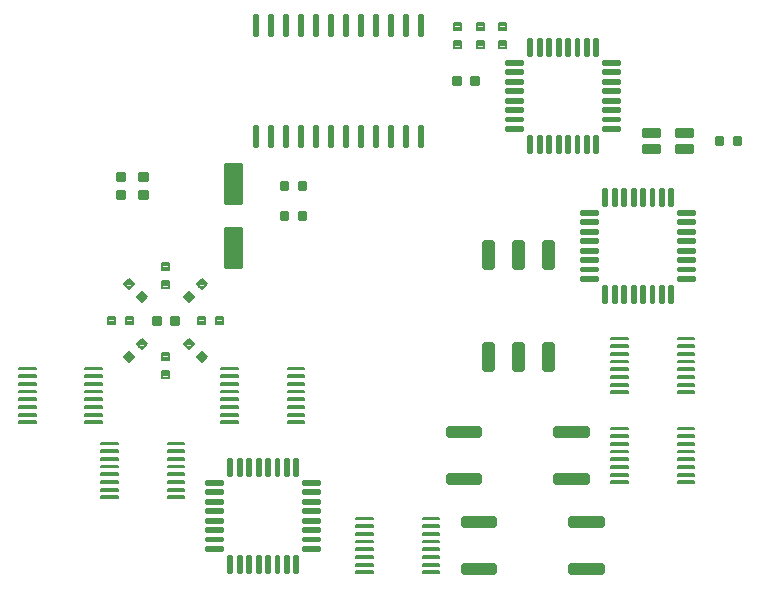
<source format=gtp>
G75*
%MOIN*%
%OFA0B0*%
%FSLAX24Y24*%
%IPPOS*%
%LPD*%
%AMOC8*
5,1,8,0,0,1.08239X$1,22.5*
%
%ADD10C,0.0098*%
%ADD11C,0.0059*%
%ADD12C,0.0108*%
%ADD13C,0.0079*%
%ADD14C,0.0157*%
%ADD15C,0.0197*%
%ADD16C,0.0155*%
%ADD17C,0.0220*%
D10*
X011522Y008399D02*
X011522Y008497D01*
X011522Y008399D02*
X010990Y008399D01*
X010990Y008497D01*
X011522Y008497D01*
X011522Y008496D02*
X010990Y008496D01*
X011522Y008714D02*
X011522Y008812D01*
X011522Y008714D02*
X010990Y008714D01*
X010990Y008812D01*
X011522Y008812D01*
X011522Y008811D02*
X010990Y008811D01*
X011522Y009029D02*
X011522Y009127D01*
X011522Y009029D02*
X010990Y009029D01*
X010990Y009127D01*
X011522Y009127D01*
X011522Y009126D02*
X010990Y009126D01*
X011522Y009344D02*
X011522Y009442D01*
X011522Y009344D02*
X010990Y009344D01*
X010990Y009442D01*
X011522Y009442D01*
X011522Y009441D02*
X010990Y009441D01*
X011522Y009658D02*
X011522Y009756D01*
X011522Y009658D02*
X010990Y009658D01*
X010990Y009756D01*
X011522Y009756D01*
X011522Y009755D02*
X010990Y009755D01*
X011522Y009973D02*
X011522Y010071D01*
X011522Y009973D02*
X010990Y009973D01*
X010990Y010071D01*
X011522Y010071D01*
X011522Y010070D02*
X010990Y010070D01*
X011522Y010288D02*
X011522Y010386D01*
X011522Y010288D02*
X010990Y010288D01*
X010990Y010386D01*
X011522Y010386D01*
X011522Y010385D02*
X010990Y010385D01*
X011522Y010603D02*
X011522Y010701D01*
X011522Y010603D02*
X010990Y010603D01*
X010990Y010701D01*
X011522Y010701D01*
X011522Y010700D02*
X010990Y010700D01*
X011719Y010898D02*
X011817Y010898D01*
X011719Y010898D02*
X011719Y011430D01*
X011817Y011430D01*
X011817Y010898D01*
X011817Y010995D02*
X011719Y010995D01*
X011719Y011092D02*
X011817Y011092D01*
X011817Y011189D02*
X011719Y011189D01*
X011719Y011286D02*
X011817Y011286D01*
X011817Y011383D02*
X011719Y011383D01*
X012034Y010898D02*
X012132Y010898D01*
X012034Y010898D02*
X012034Y011430D01*
X012132Y011430D01*
X012132Y010898D01*
X012132Y010995D02*
X012034Y010995D01*
X012034Y011092D02*
X012132Y011092D01*
X012132Y011189D02*
X012034Y011189D01*
X012034Y011286D02*
X012132Y011286D01*
X012132Y011383D02*
X012034Y011383D01*
X012349Y010898D02*
X012447Y010898D01*
X012349Y010898D02*
X012349Y011430D01*
X012447Y011430D01*
X012447Y010898D01*
X012447Y010995D02*
X012349Y010995D01*
X012349Y011092D02*
X012447Y011092D01*
X012447Y011189D02*
X012349Y011189D01*
X012349Y011286D02*
X012447Y011286D01*
X012447Y011383D02*
X012349Y011383D01*
X012664Y010898D02*
X012762Y010898D01*
X012664Y010898D02*
X012664Y011430D01*
X012762Y011430D01*
X012762Y010898D01*
X012762Y010995D02*
X012664Y010995D01*
X012664Y011092D02*
X012762Y011092D01*
X012762Y011189D02*
X012664Y011189D01*
X012664Y011286D02*
X012762Y011286D01*
X012762Y011383D02*
X012664Y011383D01*
X012979Y010898D02*
X013077Y010898D01*
X012979Y010898D02*
X012979Y011430D01*
X013077Y011430D01*
X013077Y010898D01*
X013077Y010995D02*
X012979Y010995D01*
X012979Y011092D02*
X013077Y011092D01*
X013077Y011189D02*
X012979Y011189D01*
X012979Y011286D02*
X013077Y011286D01*
X013077Y011383D02*
X012979Y011383D01*
X013294Y010898D02*
X013392Y010898D01*
X013294Y010898D02*
X013294Y011430D01*
X013392Y011430D01*
X013392Y010898D01*
X013392Y010995D02*
X013294Y010995D01*
X013294Y011092D02*
X013392Y011092D01*
X013392Y011189D02*
X013294Y011189D01*
X013294Y011286D02*
X013392Y011286D01*
X013392Y011383D02*
X013294Y011383D01*
X013609Y010898D02*
X013707Y010898D01*
X013609Y010898D02*
X013609Y011430D01*
X013707Y011430D01*
X013707Y010898D01*
X013707Y010995D02*
X013609Y010995D01*
X013609Y011092D02*
X013707Y011092D01*
X013707Y011189D02*
X013609Y011189D01*
X013609Y011286D02*
X013707Y011286D01*
X013707Y011383D02*
X013609Y011383D01*
X013924Y010898D02*
X014022Y010898D01*
X013924Y010898D02*
X013924Y011430D01*
X014022Y011430D01*
X014022Y010898D01*
X014022Y010995D02*
X013924Y010995D01*
X013924Y011092D02*
X014022Y011092D01*
X014022Y011189D02*
X013924Y011189D01*
X013924Y011286D02*
X014022Y011286D01*
X014022Y011383D02*
X013924Y011383D01*
X014751Y010701D02*
X014751Y010603D01*
X014219Y010603D01*
X014219Y010701D01*
X014751Y010701D01*
X014751Y010700D02*
X014219Y010700D01*
X014751Y010386D02*
X014751Y010288D01*
X014219Y010288D01*
X014219Y010386D01*
X014751Y010386D01*
X014751Y010385D02*
X014219Y010385D01*
X014751Y010071D02*
X014751Y009973D01*
X014219Y009973D01*
X014219Y010071D01*
X014751Y010071D01*
X014751Y010070D02*
X014219Y010070D01*
X014751Y009756D02*
X014751Y009658D01*
X014219Y009658D01*
X014219Y009756D01*
X014751Y009756D01*
X014751Y009755D02*
X014219Y009755D01*
X014751Y009442D02*
X014751Y009344D01*
X014219Y009344D01*
X014219Y009442D01*
X014751Y009442D01*
X014751Y009441D02*
X014219Y009441D01*
X014751Y009127D02*
X014751Y009029D01*
X014219Y009029D01*
X014219Y009127D01*
X014751Y009127D01*
X014751Y009126D02*
X014219Y009126D01*
X014751Y008812D02*
X014751Y008714D01*
X014219Y008714D01*
X014219Y008812D01*
X014751Y008812D01*
X014751Y008811D02*
X014219Y008811D01*
X014751Y008497D02*
X014751Y008399D01*
X014219Y008399D01*
X014219Y008497D01*
X014751Y008497D01*
X014751Y008496D02*
X014219Y008496D01*
X014022Y007670D02*
X013924Y007670D01*
X013924Y008202D01*
X014022Y008202D01*
X014022Y007670D01*
X014022Y007767D02*
X013924Y007767D01*
X013924Y007864D02*
X014022Y007864D01*
X014022Y007961D02*
X013924Y007961D01*
X013924Y008058D02*
X014022Y008058D01*
X014022Y008155D02*
X013924Y008155D01*
X013707Y007670D02*
X013609Y007670D01*
X013609Y008202D01*
X013707Y008202D01*
X013707Y007670D01*
X013707Y007767D02*
X013609Y007767D01*
X013609Y007864D02*
X013707Y007864D01*
X013707Y007961D02*
X013609Y007961D01*
X013609Y008058D02*
X013707Y008058D01*
X013707Y008155D02*
X013609Y008155D01*
X013392Y007670D02*
X013294Y007670D01*
X013294Y008202D01*
X013392Y008202D01*
X013392Y007670D01*
X013392Y007767D02*
X013294Y007767D01*
X013294Y007864D02*
X013392Y007864D01*
X013392Y007961D02*
X013294Y007961D01*
X013294Y008058D02*
X013392Y008058D01*
X013392Y008155D02*
X013294Y008155D01*
X013077Y007670D02*
X012979Y007670D01*
X012979Y008202D01*
X013077Y008202D01*
X013077Y007670D01*
X013077Y007767D02*
X012979Y007767D01*
X012979Y007864D02*
X013077Y007864D01*
X013077Y007961D02*
X012979Y007961D01*
X012979Y008058D02*
X013077Y008058D01*
X013077Y008155D02*
X012979Y008155D01*
X012762Y007670D02*
X012664Y007670D01*
X012664Y008202D01*
X012762Y008202D01*
X012762Y007670D01*
X012762Y007767D02*
X012664Y007767D01*
X012664Y007864D02*
X012762Y007864D01*
X012762Y007961D02*
X012664Y007961D01*
X012664Y008058D02*
X012762Y008058D01*
X012762Y008155D02*
X012664Y008155D01*
X012447Y007670D02*
X012349Y007670D01*
X012349Y008202D01*
X012447Y008202D01*
X012447Y007670D01*
X012447Y007767D02*
X012349Y007767D01*
X012349Y007864D02*
X012447Y007864D01*
X012447Y007961D02*
X012349Y007961D01*
X012349Y008058D02*
X012447Y008058D01*
X012447Y008155D02*
X012349Y008155D01*
X012132Y007670D02*
X012034Y007670D01*
X012034Y008202D01*
X012132Y008202D01*
X012132Y007670D01*
X012132Y007767D02*
X012034Y007767D01*
X012034Y007864D02*
X012132Y007864D01*
X012132Y007961D02*
X012034Y007961D01*
X012034Y008058D02*
X012132Y008058D01*
X012132Y008155D02*
X012034Y008155D01*
X011817Y007670D02*
X011719Y007670D01*
X011719Y008202D01*
X011817Y008202D01*
X011817Y007670D01*
X011817Y007767D02*
X011719Y007767D01*
X011719Y007864D02*
X011817Y007864D01*
X011817Y007961D02*
X011719Y007961D01*
X011719Y008058D02*
X011817Y008058D01*
X011817Y008155D02*
X011719Y008155D01*
X024022Y017399D02*
X024022Y017497D01*
X024022Y017399D02*
X023490Y017399D01*
X023490Y017497D01*
X024022Y017497D01*
X024022Y017496D02*
X023490Y017496D01*
X024022Y017714D02*
X024022Y017812D01*
X024022Y017714D02*
X023490Y017714D01*
X023490Y017812D01*
X024022Y017812D01*
X024022Y017811D02*
X023490Y017811D01*
X024022Y018029D02*
X024022Y018127D01*
X024022Y018029D02*
X023490Y018029D01*
X023490Y018127D01*
X024022Y018127D01*
X024022Y018126D02*
X023490Y018126D01*
X024022Y018344D02*
X024022Y018442D01*
X024022Y018344D02*
X023490Y018344D01*
X023490Y018442D01*
X024022Y018442D01*
X024022Y018441D02*
X023490Y018441D01*
X024022Y018658D02*
X024022Y018756D01*
X024022Y018658D02*
X023490Y018658D01*
X023490Y018756D01*
X024022Y018756D01*
X024022Y018755D02*
X023490Y018755D01*
X024022Y018973D02*
X024022Y019071D01*
X024022Y018973D02*
X023490Y018973D01*
X023490Y019071D01*
X024022Y019071D01*
X024022Y019070D02*
X023490Y019070D01*
X024022Y019288D02*
X024022Y019386D01*
X024022Y019288D02*
X023490Y019288D01*
X023490Y019386D01*
X024022Y019386D01*
X024022Y019385D02*
X023490Y019385D01*
X024022Y019603D02*
X024022Y019701D01*
X024022Y019603D02*
X023490Y019603D01*
X023490Y019701D01*
X024022Y019701D01*
X024022Y019700D02*
X023490Y019700D01*
X024219Y020430D02*
X024317Y020430D01*
X024317Y019898D01*
X024219Y019898D01*
X024219Y020430D01*
X024219Y019995D02*
X024317Y019995D01*
X024317Y020092D02*
X024219Y020092D01*
X024219Y020189D02*
X024317Y020189D01*
X024317Y020286D02*
X024219Y020286D01*
X024219Y020383D02*
X024317Y020383D01*
X024534Y020430D02*
X024632Y020430D01*
X024632Y019898D01*
X024534Y019898D01*
X024534Y020430D01*
X024534Y019995D02*
X024632Y019995D01*
X024632Y020092D02*
X024534Y020092D01*
X024534Y020189D02*
X024632Y020189D01*
X024632Y020286D02*
X024534Y020286D01*
X024534Y020383D02*
X024632Y020383D01*
X024849Y020430D02*
X024947Y020430D01*
X024947Y019898D01*
X024849Y019898D01*
X024849Y020430D01*
X024849Y019995D02*
X024947Y019995D01*
X024947Y020092D02*
X024849Y020092D01*
X024849Y020189D02*
X024947Y020189D01*
X024947Y020286D02*
X024849Y020286D01*
X024849Y020383D02*
X024947Y020383D01*
X025164Y020430D02*
X025262Y020430D01*
X025262Y019898D01*
X025164Y019898D01*
X025164Y020430D01*
X025164Y019995D02*
X025262Y019995D01*
X025262Y020092D02*
X025164Y020092D01*
X025164Y020189D02*
X025262Y020189D01*
X025262Y020286D02*
X025164Y020286D01*
X025164Y020383D02*
X025262Y020383D01*
X025479Y020430D02*
X025577Y020430D01*
X025577Y019898D01*
X025479Y019898D01*
X025479Y020430D01*
X025479Y019995D02*
X025577Y019995D01*
X025577Y020092D02*
X025479Y020092D01*
X025479Y020189D02*
X025577Y020189D01*
X025577Y020286D02*
X025479Y020286D01*
X025479Y020383D02*
X025577Y020383D01*
X025794Y020430D02*
X025892Y020430D01*
X025892Y019898D01*
X025794Y019898D01*
X025794Y020430D01*
X025794Y019995D02*
X025892Y019995D01*
X025892Y020092D02*
X025794Y020092D01*
X025794Y020189D02*
X025892Y020189D01*
X025892Y020286D02*
X025794Y020286D01*
X025794Y020383D02*
X025892Y020383D01*
X026109Y020430D02*
X026207Y020430D01*
X026207Y019898D01*
X026109Y019898D01*
X026109Y020430D01*
X026109Y019995D02*
X026207Y019995D01*
X026207Y020092D02*
X026109Y020092D01*
X026109Y020189D02*
X026207Y020189D01*
X026207Y020286D02*
X026109Y020286D01*
X026109Y020383D02*
X026207Y020383D01*
X026424Y020430D02*
X026522Y020430D01*
X026522Y019898D01*
X026424Y019898D01*
X026424Y020430D01*
X026424Y019995D02*
X026522Y019995D01*
X026522Y020092D02*
X026424Y020092D01*
X026424Y020189D02*
X026522Y020189D01*
X026522Y020286D02*
X026424Y020286D01*
X026424Y020383D02*
X026522Y020383D01*
X027251Y019701D02*
X027251Y019603D01*
X026719Y019603D01*
X026719Y019701D01*
X027251Y019701D01*
X027251Y019700D02*
X026719Y019700D01*
X027251Y019386D02*
X027251Y019288D01*
X026719Y019288D01*
X026719Y019386D01*
X027251Y019386D01*
X027251Y019385D02*
X026719Y019385D01*
X027251Y019071D02*
X027251Y018973D01*
X026719Y018973D01*
X026719Y019071D01*
X027251Y019071D01*
X027251Y019070D02*
X026719Y019070D01*
X027251Y018756D02*
X027251Y018658D01*
X026719Y018658D01*
X026719Y018756D01*
X027251Y018756D01*
X027251Y018755D02*
X026719Y018755D01*
X027251Y018442D02*
X027251Y018344D01*
X026719Y018344D01*
X026719Y018442D01*
X027251Y018442D01*
X027251Y018441D02*
X026719Y018441D01*
X027251Y018127D02*
X027251Y018029D01*
X026719Y018029D01*
X026719Y018127D01*
X027251Y018127D01*
X027251Y018126D02*
X026719Y018126D01*
X027251Y017812D02*
X027251Y017714D01*
X026719Y017714D01*
X026719Y017812D01*
X027251Y017812D01*
X027251Y017811D02*
X026719Y017811D01*
X027251Y017497D02*
X027251Y017399D01*
X026719Y017399D01*
X026719Y017497D01*
X027251Y017497D01*
X027251Y017496D02*
X026719Y017496D01*
X026522Y017202D02*
X026424Y017202D01*
X026522Y017202D02*
X026522Y016670D01*
X026424Y016670D01*
X026424Y017202D01*
X026424Y016767D02*
X026522Y016767D01*
X026522Y016864D02*
X026424Y016864D01*
X026424Y016961D02*
X026522Y016961D01*
X026522Y017058D02*
X026424Y017058D01*
X026424Y017155D02*
X026522Y017155D01*
X026207Y017202D02*
X026109Y017202D01*
X026207Y017202D02*
X026207Y016670D01*
X026109Y016670D01*
X026109Y017202D01*
X026109Y016767D02*
X026207Y016767D01*
X026207Y016864D02*
X026109Y016864D01*
X026109Y016961D02*
X026207Y016961D01*
X026207Y017058D02*
X026109Y017058D01*
X026109Y017155D02*
X026207Y017155D01*
X025892Y017202D02*
X025794Y017202D01*
X025892Y017202D02*
X025892Y016670D01*
X025794Y016670D01*
X025794Y017202D01*
X025794Y016767D02*
X025892Y016767D01*
X025892Y016864D02*
X025794Y016864D01*
X025794Y016961D02*
X025892Y016961D01*
X025892Y017058D02*
X025794Y017058D01*
X025794Y017155D02*
X025892Y017155D01*
X025577Y017202D02*
X025479Y017202D01*
X025577Y017202D02*
X025577Y016670D01*
X025479Y016670D01*
X025479Y017202D01*
X025479Y016767D02*
X025577Y016767D01*
X025577Y016864D02*
X025479Y016864D01*
X025479Y016961D02*
X025577Y016961D01*
X025577Y017058D02*
X025479Y017058D01*
X025479Y017155D02*
X025577Y017155D01*
X025262Y017202D02*
X025164Y017202D01*
X025262Y017202D02*
X025262Y016670D01*
X025164Y016670D01*
X025164Y017202D01*
X025164Y016767D02*
X025262Y016767D01*
X025262Y016864D02*
X025164Y016864D01*
X025164Y016961D02*
X025262Y016961D01*
X025262Y017058D02*
X025164Y017058D01*
X025164Y017155D02*
X025262Y017155D01*
X024947Y017202D02*
X024849Y017202D01*
X024947Y017202D02*
X024947Y016670D01*
X024849Y016670D01*
X024849Y017202D01*
X024849Y016767D02*
X024947Y016767D01*
X024947Y016864D02*
X024849Y016864D01*
X024849Y016961D02*
X024947Y016961D01*
X024947Y017058D02*
X024849Y017058D01*
X024849Y017155D02*
X024947Y017155D01*
X024632Y017202D02*
X024534Y017202D01*
X024632Y017202D02*
X024632Y016670D01*
X024534Y016670D01*
X024534Y017202D01*
X024534Y016767D02*
X024632Y016767D01*
X024632Y016864D02*
X024534Y016864D01*
X024534Y016961D02*
X024632Y016961D01*
X024632Y017058D02*
X024534Y017058D01*
X024534Y017155D02*
X024632Y017155D01*
X024317Y017202D02*
X024219Y017202D01*
X024317Y017202D02*
X024317Y016670D01*
X024219Y016670D01*
X024219Y017202D01*
X024219Y016767D02*
X024317Y016767D01*
X024317Y016864D02*
X024219Y016864D01*
X024219Y016961D02*
X024317Y016961D01*
X024317Y017058D02*
X024219Y017058D01*
X024219Y017155D02*
X024317Y017155D01*
X024022Y021670D02*
X023924Y021670D01*
X023924Y022202D01*
X024022Y022202D01*
X024022Y021670D01*
X024022Y021767D02*
X023924Y021767D01*
X023924Y021864D02*
X024022Y021864D01*
X024022Y021961D02*
X023924Y021961D01*
X023924Y022058D02*
X024022Y022058D01*
X024022Y022155D02*
X023924Y022155D01*
X023707Y021670D02*
X023609Y021670D01*
X023609Y022202D01*
X023707Y022202D01*
X023707Y021670D01*
X023707Y021767D02*
X023609Y021767D01*
X023609Y021864D02*
X023707Y021864D01*
X023707Y021961D02*
X023609Y021961D01*
X023609Y022058D02*
X023707Y022058D01*
X023707Y022155D02*
X023609Y022155D01*
X023392Y021670D02*
X023294Y021670D01*
X023294Y022202D01*
X023392Y022202D01*
X023392Y021670D01*
X023392Y021767D02*
X023294Y021767D01*
X023294Y021864D02*
X023392Y021864D01*
X023392Y021961D02*
X023294Y021961D01*
X023294Y022058D02*
X023392Y022058D01*
X023392Y022155D02*
X023294Y022155D01*
X023077Y021670D02*
X022979Y021670D01*
X022979Y022202D01*
X023077Y022202D01*
X023077Y021670D01*
X023077Y021767D02*
X022979Y021767D01*
X022979Y021864D02*
X023077Y021864D01*
X023077Y021961D02*
X022979Y021961D01*
X022979Y022058D02*
X023077Y022058D01*
X023077Y022155D02*
X022979Y022155D01*
X022762Y021670D02*
X022664Y021670D01*
X022664Y022202D01*
X022762Y022202D01*
X022762Y021670D01*
X022762Y021767D02*
X022664Y021767D01*
X022664Y021864D02*
X022762Y021864D01*
X022762Y021961D02*
X022664Y021961D01*
X022664Y022058D02*
X022762Y022058D01*
X022762Y022155D02*
X022664Y022155D01*
X022447Y021670D02*
X022349Y021670D01*
X022349Y022202D01*
X022447Y022202D01*
X022447Y021670D01*
X022447Y021767D02*
X022349Y021767D01*
X022349Y021864D02*
X022447Y021864D01*
X022447Y021961D02*
X022349Y021961D01*
X022349Y022058D02*
X022447Y022058D01*
X022447Y022155D02*
X022349Y022155D01*
X022132Y021670D02*
X022034Y021670D01*
X022034Y022202D01*
X022132Y022202D01*
X022132Y021670D01*
X022132Y021767D02*
X022034Y021767D01*
X022034Y021864D02*
X022132Y021864D01*
X022132Y021961D02*
X022034Y021961D01*
X022034Y022058D02*
X022132Y022058D01*
X022132Y022155D02*
X022034Y022155D01*
X021817Y021670D02*
X021719Y021670D01*
X021719Y022202D01*
X021817Y022202D01*
X021817Y021670D01*
X021817Y021767D02*
X021719Y021767D01*
X021719Y021864D02*
X021817Y021864D01*
X021817Y021961D02*
X021719Y021961D01*
X021719Y022058D02*
X021817Y022058D01*
X021817Y022155D02*
X021719Y022155D01*
X021522Y022399D02*
X021522Y022497D01*
X021522Y022399D02*
X020990Y022399D01*
X020990Y022497D01*
X021522Y022497D01*
X021522Y022496D02*
X020990Y022496D01*
X021522Y022714D02*
X021522Y022812D01*
X021522Y022714D02*
X020990Y022714D01*
X020990Y022812D01*
X021522Y022812D01*
X021522Y022811D02*
X020990Y022811D01*
X021522Y023029D02*
X021522Y023127D01*
X021522Y023029D02*
X020990Y023029D01*
X020990Y023127D01*
X021522Y023127D01*
X021522Y023126D02*
X020990Y023126D01*
X021522Y023344D02*
X021522Y023442D01*
X021522Y023344D02*
X020990Y023344D01*
X020990Y023442D01*
X021522Y023442D01*
X021522Y023441D02*
X020990Y023441D01*
X021522Y023658D02*
X021522Y023756D01*
X021522Y023658D02*
X020990Y023658D01*
X020990Y023756D01*
X021522Y023756D01*
X021522Y023755D02*
X020990Y023755D01*
X021522Y023973D02*
X021522Y024071D01*
X021522Y023973D02*
X020990Y023973D01*
X020990Y024071D01*
X021522Y024071D01*
X021522Y024070D02*
X020990Y024070D01*
X021522Y024288D02*
X021522Y024386D01*
X021522Y024288D02*
X020990Y024288D01*
X020990Y024386D01*
X021522Y024386D01*
X021522Y024385D02*
X020990Y024385D01*
X021522Y024603D02*
X021522Y024701D01*
X021522Y024603D02*
X020990Y024603D01*
X020990Y024701D01*
X021522Y024701D01*
X021522Y024700D02*
X020990Y024700D01*
X021719Y024898D02*
X021817Y024898D01*
X021719Y024898D02*
X021719Y025430D01*
X021817Y025430D01*
X021817Y024898D01*
X021817Y024995D02*
X021719Y024995D01*
X021719Y025092D02*
X021817Y025092D01*
X021817Y025189D02*
X021719Y025189D01*
X021719Y025286D02*
X021817Y025286D01*
X021817Y025383D02*
X021719Y025383D01*
X022034Y024898D02*
X022132Y024898D01*
X022034Y024898D02*
X022034Y025430D01*
X022132Y025430D01*
X022132Y024898D01*
X022132Y024995D02*
X022034Y024995D01*
X022034Y025092D02*
X022132Y025092D01*
X022132Y025189D02*
X022034Y025189D01*
X022034Y025286D02*
X022132Y025286D01*
X022132Y025383D02*
X022034Y025383D01*
X022349Y024898D02*
X022447Y024898D01*
X022349Y024898D02*
X022349Y025430D01*
X022447Y025430D01*
X022447Y024898D01*
X022447Y024995D02*
X022349Y024995D01*
X022349Y025092D02*
X022447Y025092D01*
X022447Y025189D02*
X022349Y025189D01*
X022349Y025286D02*
X022447Y025286D01*
X022447Y025383D02*
X022349Y025383D01*
X022664Y024898D02*
X022762Y024898D01*
X022664Y024898D02*
X022664Y025430D01*
X022762Y025430D01*
X022762Y024898D01*
X022762Y024995D02*
X022664Y024995D01*
X022664Y025092D02*
X022762Y025092D01*
X022762Y025189D02*
X022664Y025189D01*
X022664Y025286D02*
X022762Y025286D01*
X022762Y025383D02*
X022664Y025383D01*
X022979Y024898D02*
X023077Y024898D01*
X022979Y024898D02*
X022979Y025430D01*
X023077Y025430D01*
X023077Y024898D01*
X023077Y024995D02*
X022979Y024995D01*
X022979Y025092D02*
X023077Y025092D01*
X023077Y025189D02*
X022979Y025189D01*
X022979Y025286D02*
X023077Y025286D01*
X023077Y025383D02*
X022979Y025383D01*
X023294Y024898D02*
X023392Y024898D01*
X023294Y024898D02*
X023294Y025430D01*
X023392Y025430D01*
X023392Y024898D01*
X023392Y024995D02*
X023294Y024995D01*
X023294Y025092D02*
X023392Y025092D01*
X023392Y025189D02*
X023294Y025189D01*
X023294Y025286D02*
X023392Y025286D01*
X023392Y025383D02*
X023294Y025383D01*
X023609Y024898D02*
X023707Y024898D01*
X023609Y024898D02*
X023609Y025430D01*
X023707Y025430D01*
X023707Y024898D01*
X023707Y024995D02*
X023609Y024995D01*
X023609Y025092D02*
X023707Y025092D01*
X023707Y025189D02*
X023609Y025189D01*
X023609Y025286D02*
X023707Y025286D01*
X023707Y025383D02*
X023609Y025383D01*
X023924Y024898D02*
X024022Y024898D01*
X023924Y024898D02*
X023924Y025430D01*
X024022Y025430D01*
X024022Y024898D01*
X024022Y024995D02*
X023924Y024995D01*
X023924Y025092D02*
X024022Y025092D01*
X024022Y025189D02*
X023924Y025189D01*
X023924Y025286D02*
X024022Y025286D01*
X024022Y025383D02*
X023924Y025383D01*
X024751Y024701D02*
X024751Y024603D01*
X024219Y024603D01*
X024219Y024701D01*
X024751Y024701D01*
X024751Y024700D02*
X024219Y024700D01*
X024751Y024386D02*
X024751Y024288D01*
X024219Y024288D01*
X024219Y024386D01*
X024751Y024386D01*
X024751Y024385D02*
X024219Y024385D01*
X024751Y024071D02*
X024751Y023973D01*
X024219Y023973D01*
X024219Y024071D01*
X024751Y024071D01*
X024751Y024070D02*
X024219Y024070D01*
X024751Y023756D02*
X024751Y023658D01*
X024219Y023658D01*
X024219Y023756D01*
X024751Y023756D01*
X024751Y023755D02*
X024219Y023755D01*
X024751Y023442D02*
X024751Y023344D01*
X024219Y023344D01*
X024219Y023442D01*
X024751Y023442D01*
X024751Y023441D02*
X024219Y023441D01*
X024751Y023127D02*
X024751Y023029D01*
X024219Y023029D01*
X024219Y023127D01*
X024751Y023127D01*
X024751Y023126D02*
X024219Y023126D01*
X024751Y022812D02*
X024751Y022714D01*
X024219Y022714D01*
X024219Y022812D01*
X024751Y022812D01*
X024751Y022811D02*
X024219Y022811D01*
X024751Y022497D02*
X024751Y022399D01*
X024219Y022399D01*
X024219Y022497D01*
X024751Y022497D01*
X024751Y022496D02*
X024219Y022496D01*
D11*
X007492Y010184D02*
X007492Y010124D01*
X007492Y010184D02*
X008044Y010184D01*
X008044Y010124D01*
X007492Y010124D01*
X007492Y010182D02*
X008044Y010182D01*
X007492Y010380D02*
X007492Y010440D01*
X008044Y010440D01*
X008044Y010380D01*
X007492Y010380D01*
X007492Y010438D02*
X008044Y010438D01*
X007492Y010636D02*
X007492Y010696D01*
X008044Y010696D01*
X008044Y010636D01*
X007492Y010636D01*
X007492Y010694D02*
X008044Y010694D01*
X007492Y010892D02*
X007492Y010952D01*
X008044Y010952D01*
X008044Y010892D01*
X007492Y010892D01*
X007492Y010950D02*
X008044Y010950D01*
X007492Y011148D02*
X007492Y011208D01*
X008044Y011208D01*
X008044Y011148D01*
X007492Y011148D01*
X007492Y011206D02*
X008044Y011206D01*
X007492Y011404D02*
X007492Y011464D01*
X008044Y011464D01*
X008044Y011404D01*
X007492Y011404D01*
X007492Y011462D02*
X008044Y011462D01*
X007492Y011660D02*
X007492Y011720D01*
X008044Y011720D01*
X008044Y011660D01*
X007492Y011660D01*
X007492Y011718D02*
X008044Y011718D01*
X007492Y011916D02*
X007492Y011976D01*
X008044Y011976D01*
X008044Y011916D01*
X007492Y011916D01*
X007492Y011974D02*
X008044Y011974D01*
X006947Y012624D02*
X006947Y012684D01*
X007499Y012684D01*
X007499Y012624D01*
X006947Y012624D01*
X006947Y012682D02*
X007499Y012682D01*
X006947Y012880D02*
X006947Y012940D01*
X007499Y012940D01*
X007499Y012880D01*
X006947Y012880D01*
X006947Y012938D02*
X007499Y012938D01*
X006947Y013136D02*
X006947Y013196D01*
X007499Y013196D01*
X007499Y013136D01*
X006947Y013136D01*
X006947Y013194D02*
X007499Y013194D01*
X006947Y013392D02*
X006947Y013452D01*
X007499Y013452D01*
X007499Y013392D01*
X006947Y013392D01*
X006947Y013450D02*
X007499Y013450D01*
X006947Y013648D02*
X006947Y013708D01*
X007499Y013708D01*
X007499Y013648D01*
X006947Y013648D01*
X006947Y013706D02*
X007499Y013706D01*
X006947Y013904D02*
X006947Y013964D01*
X007499Y013964D01*
X007499Y013904D01*
X006947Y013904D01*
X006947Y013962D02*
X007499Y013962D01*
X006947Y014160D02*
X006947Y014220D01*
X007499Y014220D01*
X007499Y014160D01*
X006947Y014160D01*
X006947Y014218D02*
X007499Y014218D01*
X006947Y014416D02*
X006947Y014476D01*
X007499Y014476D01*
X007499Y014416D01*
X006947Y014416D01*
X006947Y014474D02*
X007499Y014474D01*
X004742Y014416D02*
X004742Y014476D01*
X005294Y014476D01*
X005294Y014416D01*
X004742Y014416D01*
X004742Y014474D02*
X005294Y014474D01*
X004742Y014220D02*
X004742Y014160D01*
X004742Y014220D02*
X005294Y014220D01*
X005294Y014160D01*
X004742Y014160D01*
X004742Y014218D02*
X005294Y014218D01*
X004742Y013964D02*
X004742Y013904D01*
X004742Y013964D02*
X005294Y013964D01*
X005294Y013904D01*
X004742Y013904D01*
X004742Y013962D02*
X005294Y013962D01*
X004742Y013708D02*
X004742Y013648D01*
X004742Y013708D02*
X005294Y013708D01*
X005294Y013648D01*
X004742Y013648D01*
X004742Y013706D02*
X005294Y013706D01*
X004742Y013452D02*
X004742Y013392D01*
X004742Y013452D02*
X005294Y013452D01*
X005294Y013392D01*
X004742Y013392D01*
X004742Y013450D02*
X005294Y013450D01*
X004742Y013196D02*
X004742Y013136D01*
X004742Y013196D02*
X005294Y013196D01*
X005294Y013136D01*
X004742Y013136D01*
X004742Y013194D02*
X005294Y013194D01*
X004742Y012940D02*
X004742Y012880D01*
X004742Y012940D02*
X005294Y012940D01*
X005294Y012880D01*
X004742Y012880D01*
X004742Y012938D02*
X005294Y012938D01*
X004742Y012684D02*
X004742Y012624D01*
X004742Y012684D02*
X005294Y012684D01*
X005294Y012624D01*
X004742Y012624D01*
X004742Y012682D02*
X005294Y012682D01*
X009697Y011976D02*
X009697Y011916D01*
X009697Y011976D02*
X010249Y011976D01*
X010249Y011916D01*
X009697Y011916D01*
X009697Y011974D02*
X010249Y011974D01*
X009697Y011720D02*
X009697Y011660D01*
X009697Y011720D02*
X010249Y011720D01*
X010249Y011660D01*
X009697Y011660D01*
X009697Y011718D02*
X010249Y011718D01*
X009697Y011464D02*
X009697Y011404D01*
X009697Y011464D02*
X010249Y011464D01*
X010249Y011404D01*
X009697Y011404D01*
X009697Y011462D02*
X010249Y011462D01*
X009697Y011208D02*
X009697Y011148D01*
X009697Y011208D02*
X010249Y011208D01*
X010249Y011148D01*
X009697Y011148D01*
X009697Y011206D02*
X010249Y011206D01*
X009697Y010952D02*
X009697Y010892D01*
X009697Y010952D02*
X010249Y010952D01*
X010249Y010892D01*
X009697Y010892D01*
X009697Y010950D02*
X010249Y010950D01*
X009697Y010696D02*
X009697Y010636D01*
X009697Y010696D02*
X010249Y010696D01*
X010249Y010636D01*
X009697Y010636D01*
X009697Y010694D02*
X010249Y010694D01*
X009697Y010440D02*
X009697Y010380D01*
X009697Y010440D02*
X010249Y010440D01*
X010249Y010380D01*
X009697Y010380D01*
X009697Y010438D02*
X010249Y010438D01*
X009697Y010184D02*
X009697Y010124D01*
X009697Y010184D02*
X010249Y010184D01*
X010249Y010124D01*
X009697Y010124D01*
X009697Y010182D02*
X010249Y010182D01*
X012044Y012624D02*
X012044Y012684D01*
X012044Y012624D02*
X011492Y012624D01*
X011492Y012684D01*
X012044Y012684D01*
X012044Y012682D02*
X011492Y012682D01*
X012044Y012880D02*
X012044Y012940D01*
X012044Y012880D02*
X011492Y012880D01*
X011492Y012940D01*
X012044Y012940D01*
X012044Y012938D02*
X011492Y012938D01*
X012044Y013136D02*
X012044Y013196D01*
X012044Y013136D02*
X011492Y013136D01*
X011492Y013196D01*
X012044Y013196D01*
X012044Y013194D02*
X011492Y013194D01*
X012044Y013392D02*
X012044Y013452D01*
X012044Y013392D02*
X011492Y013392D01*
X011492Y013452D01*
X012044Y013452D01*
X012044Y013450D02*
X011492Y013450D01*
X012044Y013648D02*
X012044Y013708D01*
X012044Y013648D02*
X011492Y013648D01*
X011492Y013708D01*
X012044Y013708D01*
X012044Y013706D02*
X011492Y013706D01*
X012044Y013904D02*
X012044Y013964D01*
X012044Y013904D02*
X011492Y013904D01*
X011492Y013964D01*
X012044Y013964D01*
X012044Y013962D02*
X011492Y013962D01*
X012044Y014160D02*
X012044Y014220D01*
X012044Y014160D02*
X011492Y014160D01*
X011492Y014220D01*
X012044Y014220D01*
X012044Y014218D02*
X011492Y014218D01*
X012044Y014416D02*
X012044Y014476D01*
X012044Y014416D02*
X011492Y014416D01*
X011492Y014476D01*
X012044Y014476D01*
X012044Y014474D02*
X011492Y014474D01*
X014249Y014476D02*
X014249Y014416D01*
X013697Y014416D01*
X013697Y014476D01*
X014249Y014476D01*
X014249Y014474D02*
X013697Y014474D01*
X014249Y014220D02*
X014249Y014160D01*
X013697Y014160D01*
X013697Y014220D01*
X014249Y014220D01*
X014249Y014218D02*
X013697Y014218D01*
X014249Y013964D02*
X014249Y013904D01*
X013697Y013904D01*
X013697Y013964D01*
X014249Y013964D01*
X014249Y013962D02*
X013697Y013962D01*
X014249Y013708D02*
X014249Y013648D01*
X013697Y013648D01*
X013697Y013708D01*
X014249Y013708D01*
X014249Y013706D02*
X013697Y013706D01*
X014249Y013452D02*
X014249Y013392D01*
X013697Y013392D01*
X013697Y013452D01*
X014249Y013452D01*
X014249Y013450D02*
X013697Y013450D01*
X014249Y013196D02*
X014249Y013136D01*
X013697Y013136D01*
X013697Y013196D01*
X014249Y013196D01*
X014249Y013194D02*
X013697Y013194D01*
X014249Y012940D02*
X014249Y012880D01*
X013697Y012880D01*
X013697Y012940D01*
X014249Y012940D01*
X014249Y012938D02*
X013697Y012938D01*
X014249Y012684D02*
X014249Y012624D01*
X013697Y012624D01*
X013697Y012684D01*
X014249Y012684D01*
X014249Y012682D02*
X013697Y012682D01*
X015992Y009476D02*
X015992Y009416D01*
X015992Y009476D02*
X016544Y009476D01*
X016544Y009416D01*
X015992Y009416D01*
X015992Y009474D02*
X016544Y009474D01*
X015992Y009220D02*
X015992Y009160D01*
X015992Y009220D02*
X016544Y009220D01*
X016544Y009160D01*
X015992Y009160D01*
X015992Y009218D02*
X016544Y009218D01*
X015992Y008964D02*
X015992Y008904D01*
X015992Y008964D02*
X016544Y008964D01*
X016544Y008904D01*
X015992Y008904D01*
X015992Y008962D02*
X016544Y008962D01*
X015992Y008708D02*
X015992Y008648D01*
X015992Y008708D02*
X016544Y008708D01*
X016544Y008648D01*
X015992Y008648D01*
X015992Y008706D02*
X016544Y008706D01*
X015992Y008452D02*
X015992Y008392D01*
X015992Y008452D02*
X016544Y008452D01*
X016544Y008392D01*
X015992Y008392D01*
X015992Y008450D02*
X016544Y008450D01*
X015992Y008196D02*
X015992Y008136D01*
X015992Y008196D02*
X016544Y008196D01*
X016544Y008136D01*
X015992Y008136D01*
X015992Y008194D02*
X016544Y008194D01*
X015992Y007940D02*
X015992Y007880D01*
X015992Y007940D02*
X016544Y007940D01*
X016544Y007880D01*
X015992Y007880D01*
X015992Y007938D02*
X016544Y007938D01*
X015992Y007684D02*
X015992Y007624D01*
X015992Y007684D02*
X016544Y007684D01*
X016544Y007624D01*
X015992Y007624D01*
X015992Y007682D02*
X016544Y007682D01*
X018197Y007684D02*
X018197Y007624D01*
X018197Y007684D02*
X018749Y007684D01*
X018749Y007624D01*
X018197Y007624D01*
X018197Y007682D02*
X018749Y007682D01*
X018197Y007880D02*
X018197Y007940D01*
X018749Y007940D01*
X018749Y007880D01*
X018197Y007880D01*
X018197Y007938D02*
X018749Y007938D01*
X018197Y008136D02*
X018197Y008196D01*
X018749Y008196D01*
X018749Y008136D01*
X018197Y008136D01*
X018197Y008194D02*
X018749Y008194D01*
X018197Y008392D02*
X018197Y008452D01*
X018749Y008452D01*
X018749Y008392D01*
X018197Y008392D01*
X018197Y008450D02*
X018749Y008450D01*
X018197Y008648D02*
X018197Y008708D01*
X018749Y008708D01*
X018749Y008648D01*
X018197Y008648D01*
X018197Y008706D02*
X018749Y008706D01*
X018197Y008904D02*
X018197Y008964D01*
X018749Y008964D01*
X018749Y008904D01*
X018197Y008904D01*
X018197Y008962D02*
X018749Y008962D01*
X018197Y009160D02*
X018197Y009220D01*
X018749Y009220D01*
X018749Y009160D01*
X018197Y009160D01*
X018197Y009218D02*
X018749Y009218D01*
X018197Y009416D02*
X018197Y009476D01*
X018749Y009476D01*
X018749Y009416D01*
X018197Y009416D01*
X018197Y009474D02*
X018749Y009474D01*
X024492Y010624D02*
X024492Y010684D01*
X025044Y010684D01*
X025044Y010624D01*
X024492Y010624D01*
X024492Y010682D02*
X025044Y010682D01*
X024492Y010880D02*
X024492Y010940D01*
X025044Y010940D01*
X025044Y010880D01*
X024492Y010880D01*
X024492Y010938D02*
X025044Y010938D01*
X024492Y011136D02*
X024492Y011196D01*
X025044Y011196D01*
X025044Y011136D01*
X024492Y011136D01*
X024492Y011194D02*
X025044Y011194D01*
X024492Y011392D02*
X024492Y011452D01*
X025044Y011452D01*
X025044Y011392D01*
X024492Y011392D01*
X024492Y011450D02*
X025044Y011450D01*
X024492Y011648D02*
X024492Y011708D01*
X025044Y011708D01*
X025044Y011648D01*
X024492Y011648D01*
X024492Y011706D02*
X025044Y011706D01*
X024492Y011904D02*
X024492Y011964D01*
X025044Y011964D01*
X025044Y011904D01*
X024492Y011904D01*
X024492Y011962D02*
X025044Y011962D01*
X024492Y012160D02*
X024492Y012220D01*
X025044Y012220D01*
X025044Y012160D01*
X024492Y012160D01*
X024492Y012218D02*
X025044Y012218D01*
X024492Y012416D02*
X024492Y012476D01*
X025044Y012476D01*
X025044Y012416D01*
X024492Y012416D01*
X024492Y012474D02*
X025044Y012474D01*
X024492Y013624D02*
X024492Y013684D01*
X025044Y013684D01*
X025044Y013624D01*
X024492Y013624D01*
X024492Y013682D02*
X025044Y013682D01*
X024492Y013880D02*
X024492Y013940D01*
X025044Y013940D01*
X025044Y013880D01*
X024492Y013880D01*
X024492Y013938D02*
X025044Y013938D01*
X024492Y014136D02*
X024492Y014196D01*
X025044Y014196D01*
X025044Y014136D01*
X024492Y014136D01*
X024492Y014194D02*
X025044Y014194D01*
X024492Y014392D02*
X024492Y014452D01*
X025044Y014452D01*
X025044Y014392D01*
X024492Y014392D01*
X024492Y014450D02*
X025044Y014450D01*
X024492Y014648D02*
X024492Y014708D01*
X025044Y014708D01*
X025044Y014648D01*
X024492Y014648D01*
X024492Y014706D02*
X025044Y014706D01*
X024492Y014904D02*
X024492Y014964D01*
X025044Y014964D01*
X025044Y014904D01*
X024492Y014904D01*
X024492Y014962D02*
X025044Y014962D01*
X024492Y015160D02*
X024492Y015220D01*
X025044Y015220D01*
X025044Y015160D01*
X024492Y015160D01*
X024492Y015218D02*
X025044Y015218D01*
X024492Y015416D02*
X024492Y015476D01*
X025044Y015476D01*
X025044Y015416D01*
X024492Y015416D01*
X024492Y015474D02*
X025044Y015474D01*
X026697Y015476D02*
X026697Y015416D01*
X026697Y015476D02*
X027249Y015476D01*
X027249Y015416D01*
X026697Y015416D01*
X026697Y015474D02*
X027249Y015474D01*
X026697Y015220D02*
X026697Y015160D01*
X026697Y015220D02*
X027249Y015220D01*
X027249Y015160D01*
X026697Y015160D01*
X026697Y015218D02*
X027249Y015218D01*
X026697Y014964D02*
X026697Y014904D01*
X026697Y014964D02*
X027249Y014964D01*
X027249Y014904D01*
X026697Y014904D01*
X026697Y014962D02*
X027249Y014962D01*
X026697Y014708D02*
X026697Y014648D01*
X026697Y014708D02*
X027249Y014708D01*
X027249Y014648D01*
X026697Y014648D01*
X026697Y014706D02*
X027249Y014706D01*
X026697Y014452D02*
X026697Y014392D01*
X026697Y014452D02*
X027249Y014452D01*
X027249Y014392D01*
X026697Y014392D01*
X026697Y014450D02*
X027249Y014450D01*
X026697Y014196D02*
X026697Y014136D01*
X026697Y014196D02*
X027249Y014196D01*
X027249Y014136D01*
X026697Y014136D01*
X026697Y014194D02*
X027249Y014194D01*
X026697Y013940D02*
X026697Y013880D01*
X026697Y013940D02*
X027249Y013940D01*
X027249Y013880D01*
X026697Y013880D01*
X026697Y013938D02*
X027249Y013938D01*
X026697Y013684D02*
X026697Y013624D01*
X026697Y013684D02*
X027249Y013684D01*
X027249Y013624D01*
X026697Y013624D01*
X026697Y013682D02*
X027249Y013682D01*
X026697Y012476D02*
X026697Y012416D01*
X026697Y012476D02*
X027249Y012476D01*
X027249Y012416D01*
X026697Y012416D01*
X026697Y012474D02*
X027249Y012474D01*
X026697Y012220D02*
X026697Y012160D01*
X026697Y012220D02*
X027249Y012220D01*
X027249Y012160D01*
X026697Y012160D01*
X026697Y012218D02*
X027249Y012218D01*
X026697Y011964D02*
X026697Y011904D01*
X026697Y011964D02*
X027249Y011964D01*
X027249Y011904D01*
X026697Y011904D01*
X026697Y011962D02*
X027249Y011962D01*
X026697Y011708D02*
X026697Y011648D01*
X026697Y011708D02*
X027249Y011708D01*
X027249Y011648D01*
X026697Y011648D01*
X026697Y011706D02*
X027249Y011706D01*
X026697Y011452D02*
X026697Y011392D01*
X026697Y011452D02*
X027249Y011452D01*
X027249Y011392D01*
X026697Y011392D01*
X026697Y011450D02*
X027249Y011450D01*
X026697Y011196D02*
X026697Y011136D01*
X026697Y011196D02*
X027249Y011196D01*
X027249Y011136D01*
X026697Y011136D01*
X026697Y011194D02*
X027249Y011194D01*
X026697Y010940D02*
X026697Y010880D01*
X026697Y010940D02*
X027249Y010940D01*
X027249Y010880D01*
X026697Y010880D01*
X026697Y010938D02*
X027249Y010938D01*
X026697Y010684D02*
X026697Y010624D01*
X026697Y010684D02*
X027249Y010684D01*
X027249Y010624D01*
X026697Y010624D01*
X026697Y010682D02*
X027249Y010682D01*
D12*
X018175Y022530D02*
X018067Y022530D01*
X018175Y022530D02*
X018175Y021870D01*
X018067Y021870D01*
X018067Y022530D01*
X018067Y021977D02*
X018175Y021977D01*
X018175Y022084D02*
X018067Y022084D01*
X018067Y022191D02*
X018175Y022191D01*
X018175Y022298D02*
X018067Y022298D01*
X018067Y022405D02*
X018175Y022405D01*
X018175Y022512D02*
X018067Y022512D01*
X017675Y022530D02*
X017567Y022530D01*
X017675Y022530D02*
X017675Y021870D01*
X017567Y021870D01*
X017567Y022530D01*
X017567Y021977D02*
X017675Y021977D01*
X017675Y022084D02*
X017567Y022084D01*
X017567Y022191D02*
X017675Y022191D01*
X017675Y022298D02*
X017567Y022298D01*
X017567Y022405D02*
X017675Y022405D01*
X017675Y022512D02*
X017567Y022512D01*
X017175Y022530D02*
X017067Y022530D01*
X017175Y022530D02*
X017175Y021870D01*
X017067Y021870D01*
X017067Y022530D01*
X017067Y021977D02*
X017175Y021977D01*
X017175Y022084D02*
X017067Y022084D01*
X017067Y022191D02*
X017175Y022191D01*
X017175Y022298D02*
X017067Y022298D01*
X017067Y022405D02*
X017175Y022405D01*
X017175Y022512D02*
X017067Y022512D01*
X016675Y022530D02*
X016567Y022530D01*
X016675Y022530D02*
X016675Y021870D01*
X016567Y021870D01*
X016567Y022530D01*
X016567Y021977D02*
X016675Y021977D01*
X016675Y022084D02*
X016567Y022084D01*
X016567Y022191D02*
X016675Y022191D01*
X016675Y022298D02*
X016567Y022298D01*
X016567Y022405D02*
X016675Y022405D01*
X016675Y022512D02*
X016567Y022512D01*
X016175Y022530D02*
X016067Y022530D01*
X016175Y022530D02*
X016175Y021870D01*
X016067Y021870D01*
X016067Y022530D01*
X016067Y021977D02*
X016175Y021977D01*
X016175Y022084D02*
X016067Y022084D01*
X016067Y022191D02*
X016175Y022191D01*
X016175Y022298D02*
X016067Y022298D01*
X016067Y022405D02*
X016175Y022405D01*
X016175Y022512D02*
X016067Y022512D01*
X015675Y022530D02*
X015567Y022530D01*
X015675Y022530D02*
X015675Y021870D01*
X015567Y021870D01*
X015567Y022530D01*
X015567Y021977D02*
X015675Y021977D01*
X015675Y022084D02*
X015567Y022084D01*
X015567Y022191D02*
X015675Y022191D01*
X015675Y022298D02*
X015567Y022298D01*
X015567Y022405D02*
X015675Y022405D01*
X015675Y022512D02*
X015567Y022512D01*
X015175Y022530D02*
X015067Y022530D01*
X015175Y022530D02*
X015175Y021870D01*
X015067Y021870D01*
X015067Y022530D01*
X015067Y021977D02*
X015175Y021977D01*
X015175Y022084D02*
X015067Y022084D01*
X015067Y022191D02*
X015175Y022191D01*
X015175Y022298D02*
X015067Y022298D01*
X015067Y022405D02*
X015175Y022405D01*
X015175Y022512D02*
X015067Y022512D01*
X014675Y022530D02*
X014567Y022530D01*
X014675Y022530D02*
X014675Y021870D01*
X014567Y021870D01*
X014567Y022530D01*
X014567Y021977D02*
X014675Y021977D01*
X014675Y022084D02*
X014567Y022084D01*
X014567Y022191D02*
X014675Y022191D01*
X014675Y022298D02*
X014567Y022298D01*
X014567Y022405D02*
X014675Y022405D01*
X014675Y022512D02*
X014567Y022512D01*
X014175Y022530D02*
X014067Y022530D01*
X014175Y022530D02*
X014175Y021870D01*
X014067Y021870D01*
X014067Y022530D01*
X014067Y021977D02*
X014175Y021977D01*
X014175Y022084D02*
X014067Y022084D01*
X014067Y022191D02*
X014175Y022191D01*
X014175Y022298D02*
X014067Y022298D01*
X014067Y022405D02*
X014175Y022405D01*
X014175Y022512D02*
X014067Y022512D01*
X013675Y022530D02*
X013567Y022530D01*
X013675Y022530D02*
X013675Y021870D01*
X013567Y021870D01*
X013567Y022530D01*
X013567Y021977D02*
X013675Y021977D01*
X013675Y022084D02*
X013567Y022084D01*
X013567Y022191D02*
X013675Y022191D01*
X013675Y022298D02*
X013567Y022298D01*
X013567Y022405D02*
X013675Y022405D01*
X013675Y022512D02*
X013567Y022512D01*
X013175Y022530D02*
X013067Y022530D01*
X013175Y022530D02*
X013175Y021870D01*
X013067Y021870D01*
X013067Y022530D01*
X013067Y021977D02*
X013175Y021977D01*
X013175Y022084D02*
X013067Y022084D01*
X013067Y022191D02*
X013175Y022191D01*
X013175Y022298D02*
X013067Y022298D01*
X013067Y022405D02*
X013175Y022405D01*
X013175Y022512D02*
X013067Y022512D01*
X012675Y022530D02*
X012567Y022530D01*
X012675Y022530D02*
X012675Y021870D01*
X012567Y021870D01*
X012567Y022530D01*
X012567Y021977D02*
X012675Y021977D01*
X012675Y022084D02*
X012567Y022084D01*
X012567Y022191D02*
X012675Y022191D01*
X012675Y022298D02*
X012567Y022298D01*
X012567Y022405D02*
X012675Y022405D01*
X012675Y022512D02*
X012567Y022512D01*
X012567Y026230D02*
X012675Y026230D01*
X012675Y025570D01*
X012567Y025570D01*
X012567Y026230D01*
X012567Y025677D02*
X012675Y025677D01*
X012675Y025784D02*
X012567Y025784D01*
X012567Y025891D02*
X012675Y025891D01*
X012675Y025998D02*
X012567Y025998D01*
X012567Y026105D02*
X012675Y026105D01*
X012675Y026212D02*
X012567Y026212D01*
X013067Y026230D02*
X013175Y026230D01*
X013175Y025570D01*
X013067Y025570D01*
X013067Y026230D01*
X013067Y025677D02*
X013175Y025677D01*
X013175Y025784D02*
X013067Y025784D01*
X013067Y025891D02*
X013175Y025891D01*
X013175Y025998D02*
X013067Y025998D01*
X013067Y026105D02*
X013175Y026105D01*
X013175Y026212D02*
X013067Y026212D01*
X013567Y026230D02*
X013675Y026230D01*
X013675Y025570D01*
X013567Y025570D01*
X013567Y026230D01*
X013567Y025677D02*
X013675Y025677D01*
X013675Y025784D02*
X013567Y025784D01*
X013567Y025891D02*
X013675Y025891D01*
X013675Y025998D02*
X013567Y025998D01*
X013567Y026105D02*
X013675Y026105D01*
X013675Y026212D02*
X013567Y026212D01*
X014067Y026230D02*
X014175Y026230D01*
X014175Y025570D01*
X014067Y025570D01*
X014067Y026230D01*
X014067Y025677D02*
X014175Y025677D01*
X014175Y025784D02*
X014067Y025784D01*
X014067Y025891D02*
X014175Y025891D01*
X014175Y025998D02*
X014067Y025998D01*
X014067Y026105D02*
X014175Y026105D01*
X014175Y026212D02*
X014067Y026212D01*
X014567Y026230D02*
X014675Y026230D01*
X014675Y025570D01*
X014567Y025570D01*
X014567Y026230D01*
X014567Y025677D02*
X014675Y025677D01*
X014675Y025784D02*
X014567Y025784D01*
X014567Y025891D02*
X014675Y025891D01*
X014675Y025998D02*
X014567Y025998D01*
X014567Y026105D02*
X014675Y026105D01*
X014675Y026212D02*
X014567Y026212D01*
X015067Y026230D02*
X015175Y026230D01*
X015175Y025570D01*
X015067Y025570D01*
X015067Y026230D01*
X015067Y025677D02*
X015175Y025677D01*
X015175Y025784D02*
X015067Y025784D01*
X015067Y025891D02*
X015175Y025891D01*
X015175Y025998D02*
X015067Y025998D01*
X015067Y026105D02*
X015175Y026105D01*
X015175Y026212D02*
X015067Y026212D01*
X015567Y026230D02*
X015675Y026230D01*
X015675Y025570D01*
X015567Y025570D01*
X015567Y026230D01*
X015567Y025677D02*
X015675Y025677D01*
X015675Y025784D02*
X015567Y025784D01*
X015567Y025891D02*
X015675Y025891D01*
X015675Y025998D02*
X015567Y025998D01*
X015567Y026105D02*
X015675Y026105D01*
X015675Y026212D02*
X015567Y026212D01*
X016067Y026230D02*
X016175Y026230D01*
X016175Y025570D01*
X016067Y025570D01*
X016067Y026230D01*
X016067Y025677D02*
X016175Y025677D01*
X016175Y025784D02*
X016067Y025784D01*
X016067Y025891D02*
X016175Y025891D01*
X016175Y025998D02*
X016067Y025998D01*
X016067Y026105D02*
X016175Y026105D01*
X016175Y026212D02*
X016067Y026212D01*
X016567Y026230D02*
X016675Y026230D01*
X016675Y025570D01*
X016567Y025570D01*
X016567Y026230D01*
X016567Y025677D02*
X016675Y025677D01*
X016675Y025784D02*
X016567Y025784D01*
X016567Y025891D02*
X016675Y025891D01*
X016675Y025998D02*
X016567Y025998D01*
X016567Y026105D02*
X016675Y026105D01*
X016675Y026212D02*
X016567Y026212D01*
X017067Y026230D02*
X017175Y026230D01*
X017175Y025570D01*
X017067Y025570D01*
X017067Y026230D01*
X017067Y025677D02*
X017175Y025677D01*
X017175Y025784D02*
X017067Y025784D01*
X017067Y025891D02*
X017175Y025891D01*
X017175Y025998D02*
X017067Y025998D01*
X017067Y026105D02*
X017175Y026105D01*
X017175Y026212D02*
X017067Y026212D01*
X017567Y026230D02*
X017675Y026230D01*
X017675Y025570D01*
X017567Y025570D01*
X017567Y026230D01*
X017567Y025677D02*
X017675Y025677D01*
X017675Y025784D02*
X017567Y025784D01*
X017567Y025891D02*
X017675Y025891D01*
X017675Y025998D02*
X017567Y025998D01*
X017567Y026105D02*
X017675Y026105D01*
X017675Y026212D02*
X017567Y026212D01*
X018067Y026230D02*
X018175Y026230D01*
X018175Y025570D01*
X018067Y025570D01*
X018067Y026230D01*
X018067Y025677D02*
X018175Y025677D01*
X018175Y025784D02*
X018067Y025784D01*
X018067Y025891D02*
X018175Y025891D01*
X018175Y025998D02*
X018067Y025998D01*
X018067Y026105D02*
X018175Y026105D01*
X018175Y026212D02*
X018067Y026212D01*
D13*
X019253Y025963D02*
X019253Y025727D01*
X019253Y025963D02*
X019489Y025963D01*
X019489Y025727D01*
X019253Y025727D01*
X019253Y025805D02*
X019489Y025805D01*
X019489Y025883D02*
X019253Y025883D01*
X019253Y025961D02*
X019489Y025961D01*
X020003Y025963D02*
X020003Y025727D01*
X020003Y025963D02*
X020239Y025963D01*
X020239Y025727D01*
X020003Y025727D01*
X020003Y025805D02*
X020239Y025805D01*
X020239Y025883D02*
X020003Y025883D01*
X020003Y025961D02*
X020239Y025961D01*
X020753Y025963D02*
X020753Y025727D01*
X020753Y025963D02*
X020989Y025963D01*
X020989Y025727D01*
X020753Y025727D01*
X020753Y025805D02*
X020989Y025805D01*
X020989Y025883D02*
X020753Y025883D01*
X020753Y025961D02*
X020989Y025961D01*
X020753Y025373D02*
X020753Y025137D01*
X020753Y025373D02*
X020989Y025373D01*
X020989Y025137D01*
X020753Y025137D01*
X020753Y025215D02*
X020989Y025215D01*
X020989Y025293D02*
X020753Y025293D01*
X020753Y025371D02*
X020989Y025371D01*
X020003Y025373D02*
X020003Y025137D01*
X020003Y025373D02*
X020239Y025373D01*
X020239Y025137D01*
X020003Y025137D01*
X020003Y025215D02*
X020239Y025215D01*
X020239Y025293D02*
X020003Y025293D01*
X020003Y025371D02*
X020239Y025371D01*
X019253Y025373D02*
X019253Y025137D01*
X019253Y025373D02*
X019489Y025373D01*
X019489Y025137D01*
X019253Y025137D01*
X019253Y025215D02*
X019489Y025215D01*
X019489Y025293D02*
X019253Y025293D01*
X019253Y025371D02*
X019489Y025371D01*
X010829Y017425D02*
X010663Y017259D01*
X010829Y017425D02*
X010995Y017259D01*
X010829Y017093D01*
X010663Y017259D01*
X010751Y017171D02*
X010907Y017171D01*
X010985Y017249D02*
X010673Y017249D01*
X010731Y017327D02*
X010927Y017327D01*
X010849Y017405D02*
X010809Y017405D01*
X010412Y017007D02*
X010246Y016841D01*
X010412Y017007D02*
X010578Y016841D01*
X010412Y016675D01*
X010246Y016841D01*
X010334Y016753D02*
X010490Y016753D01*
X010568Y016831D02*
X010256Y016831D01*
X010314Y016909D02*
X010510Y016909D01*
X010432Y016987D02*
X010392Y016987D01*
X009503Y017137D02*
X009503Y017373D01*
X009739Y017373D01*
X009739Y017137D01*
X009503Y017137D01*
X009503Y017215D02*
X009739Y017215D01*
X009739Y017293D02*
X009503Y017293D01*
X009503Y017371D02*
X009739Y017371D01*
X009503Y017727D02*
X009503Y017963D01*
X009739Y017963D01*
X009739Y017727D01*
X009503Y017727D01*
X009503Y017805D02*
X009739Y017805D01*
X009739Y017883D02*
X009503Y017883D01*
X009503Y017961D02*
X009739Y017961D01*
X008663Y016841D02*
X008829Y016675D01*
X008663Y016841D02*
X008829Y017007D01*
X008995Y016841D01*
X008829Y016675D01*
X008907Y016753D02*
X008751Y016753D01*
X008673Y016831D02*
X008985Y016831D01*
X008927Y016909D02*
X008731Y016909D01*
X008809Y016987D02*
X008849Y016987D01*
X008412Y017093D02*
X008246Y017259D01*
X008412Y017425D01*
X008578Y017259D01*
X008412Y017093D01*
X008490Y017171D02*
X008334Y017171D01*
X008256Y017249D02*
X008568Y017249D01*
X008510Y017327D02*
X008314Y017327D01*
X008392Y017405D02*
X008432Y017405D01*
X008534Y015932D02*
X008298Y015932D01*
X008298Y016168D01*
X008534Y016168D01*
X008534Y015932D01*
X008534Y016010D02*
X008298Y016010D01*
X008298Y016088D02*
X008534Y016088D01*
X008534Y016166D02*
X008298Y016166D01*
X007943Y015932D02*
X007707Y015932D01*
X007707Y016168D01*
X007943Y016168D01*
X007943Y015932D01*
X007943Y016010D02*
X007707Y016010D01*
X007707Y016088D02*
X007943Y016088D01*
X007943Y016166D02*
X007707Y016166D01*
X008829Y015093D02*
X008995Y015259D01*
X008829Y015093D02*
X008663Y015259D01*
X008829Y015425D01*
X008995Y015259D01*
X008907Y015171D02*
X008751Y015171D01*
X008673Y015249D02*
X008985Y015249D01*
X008927Y015327D02*
X008731Y015327D01*
X008809Y015405D02*
X008849Y015405D01*
X008578Y014841D02*
X008412Y014675D01*
X008246Y014841D01*
X008412Y015007D01*
X008578Y014841D01*
X008490Y014753D02*
X008334Y014753D01*
X008256Y014831D02*
X008568Y014831D01*
X008510Y014909D02*
X008314Y014909D01*
X008392Y014987D02*
X008432Y014987D01*
X009739Y014963D02*
X009739Y014727D01*
X009503Y014727D01*
X009503Y014963D01*
X009739Y014963D01*
X009739Y014805D02*
X009503Y014805D01*
X009503Y014883D02*
X009739Y014883D01*
X009739Y014961D02*
X009503Y014961D01*
X009739Y014373D02*
X009739Y014137D01*
X009503Y014137D01*
X009503Y014373D01*
X009739Y014373D01*
X009739Y014215D02*
X009503Y014215D01*
X009503Y014293D02*
X009739Y014293D01*
X009739Y014371D02*
X009503Y014371D01*
X010412Y015425D02*
X010578Y015259D01*
X010412Y015093D01*
X010246Y015259D01*
X010412Y015425D01*
X010490Y015171D02*
X010334Y015171D01*
X010256Y015249D02*
X010568Y015249D01*
X010510Y015327D02*
X010314Y015327D01*
X010392Y015405D02*
X010432Y015405D01*
X010829Y015007D02*
X010995Y014841D01*
X010829Y014675D01*
X010663Y014841D01*
X010829Y015007D01*
X010907Y014753D02*
X010751Y014753D01*
X010673Y014831D02*
X010985Y014831D01*
X010927Y014909D02*
X010731Y014909D01*
X010809Y014987D02*
X010849Y014987D01*
X010943Y016168D02*
X010707Y016168D01*
X010943Y016168D02*
X010943Y015932D01*
X010707Y015932D01*
X010707Y016168D01*
X010707Y016010D02*
X010943Y016010D01*
X010943Y016088D02*
X010707Y016088D01*
X010707Y016166D02*
X010943Y016166D01*
X011298Y016168D02*
X011534Y016168D01*
X011534Y015932D01*
X011298Y015932D01*
X011298Y016168D01*
X011298Y016010D02*
X011534Y016010D01*
X011534Y016088D02*
X011298Y016088D01*
X011298Y016166D02*
X011534Y016166D01*
D14*
X011634Y017876D02*
X012108Y017876D01*
X011634Y017876D02*
X011634Y019098D01*
X012108Y019098D01*
X012108Y017876D01*
X012108Y018032D02*
X011634Y018032D01*
X011634Y018188D02*
X012108Y018188D01*
X012108Y018344D02*
X011634Y018344D01*
X011634Y018500D02*
X012108Y018500D01*
X012108Y018656D02*
X011634Y018656D01*
X011634Y018812D02*
X012108Y018812D01*
X012108Y018968D02*
X011634Y018968D01*
X011634Y020002D02*
X012108Y020002D01*
X011634Y020002D02*
X011634Y021224D01*
X012108Y021224D01*
X012108Y020002D01*
X012108Y020158D02*
X011634Y020158D01*
X011634Y020314D02*
X012108Y020314D01*
X012108Y020470D02*
X011634Y020470D01*
X011634Y020626D02*
X012108Y020626D01*
X012108Y020782D02*
X011634Y020782D01*
X011634Y020938D02*
X012108Y020938D01*
X012108Y021094D02*
X011634Y021094D01*
X026056Y021695D02*
X026056Y021853D01*
X026056Y021695D02*
X025582Y021695D01*
X025582Y021853D01*
X026056Y021853D01*
X026056Y021851D02*
X025582Y021851D01*
X026056Y022247D02*
X026056Y022405D01*
X026056Y022247D02*
X025582Y022247D01*
X025582Y022405D01*
X026056Y022405D01*
X026056Y022403D02*
X025582Y022403D01*
X027159Y022405D02*
X027159Y022247D01*
X026685Y022247D01*
X026685Y022405D01*
X027159Y022405D01*
X027159Y022403D02*
X026685Y022403D01*
X027159Y021853D02*
X027159Y021695D01*
X026685Y021695D01*
X026685Y021853D01*
X027159Y021853D01*
X027159Y021851D02*
X026685Y021851D01*
D15*
X023674Y012436D02*
X023674Y012238D01*
X022650Y012238D01*
X022650Y012436D01*
X023674Y012436D01*
X023674Y012434D02*
X022650Y012434D01*
X023674Y010862D02*
X023674Y010664D01*
X022650Y010664D01*
X022650Y010862D01*
X023674Y010862D01*
X023674Y010860D02*
X022650Y010860D01*
X024174Y009436D02*
X024174Y009238D01*
X023150Y009238D01*
X023150Y009436D01*
X024174Y009436D01*
X024174Y009434D02*
X023150Y009434D01*
X024174Y007862D02*
X024174Y007664D01*
X023150Y007664D01*
X023150Y007862D01*
X024174Y007862D01*
X024174Y007860D02*
X023150Y007860D01*
X020591Y007862D02*
X020591Y007664D01*
X019567Y007664D01*
X019567Y007862D01*
X020591Y007862D01*
X020591Y007860D02*
X019567Y007860D01*
X020591Y009238D02*
X020591Y009436D01*
X020591Y009238D02*
X019567Y009238D01*
X019567Y009436D01*
X020591Y009436D01*
X020591Y009434D02*
X019567Y009434D01*
X020091Y010664D02*
X020091Y010862D01*
X020091Y010664D02*
X019067Y010664D01*
X019067Y010862D01*
X020091Y010862D01*
X020091Y010860D02*
X019067Y010860D01*
X020091Y012238D02*
X020091Y012436D01*
X020091Y012238D02*
X019067Y012238D01*
X019067Y012436D01*
X020091Y012436D01*
X020091Y012434D02*
X019067Y012434D01*
D16*
X014249Y019457D02*
X014093Y019457D01*
X014093Y019643D01*
X014249Y019643D01*
X014249Y019457D01*
X014249Y019611D02*
X014093Y019611D01*
X013649Y019457D02*
X013493Y019457D01*
X013493Y019643D01*
X013649Y019643D01*
X013649Y019457D01*
X013649Y019611D02*
X013493Y019611D01*
X013493Y020457D02*
X013649Y020457D01*
X013493Y020457D02*
X013493Y020643D01*
X013649Y020643D01*
X013649Y020457D01*
X013649Y020611D02*
X013493Y020611D01*
X014093Y020457D02*
X014249Y020457D01*
X014093Y020457D02*
X014093Y020643D01*
X014249Y020643D01*
X014249Y020457D01*
X014249Y020611D02*
X014093Y020611D01*
X009999Y016143D02*
X009843Y016143D01*
X009999Y016143D02*
X009999Y015957D01*
X009843Y015957D01*
X009843Y016143D01*
X009843Y016111D02*
X009999Y016111D01*
X009399Y016143D02*
X009243Y016143D01*
X009399Y016143D02*
X009399Y015957D01*
X009243Y015957D01*
X009243Y016143D01*
X009243Y016111D02*
X009399Y016111D01*
X008964Y020172D02*
X008964Y020328D01*
X008964Y020172D02*
X008778Y020172D01*
X008778Y020328D01*
X008964Y020328D01*
X008964Y020326D02*
X008778Y020326D01*
X008964Y020772D02*
X008964Y020928D01*
X008964Y020772D02*
X008778Y020772D01*
X008778Y020928D01*
X008964Y020928D01*
X008964Y020926D02*
X008778Y020926D01*
X008214Y020928D02*
X008214Y020772D01*
X008028Y020772D01*
X008028Y020928D01*
X008214Y020928D01*
X008214Y020926D02*
X008028Y020926D01*
X008214Y020328D02*
X008214Y020172D01*
X008028Y020172D01*
X008028Y020328D01*
X008214Y020328D01*
X008214Y020326D02*
X008028Y020326D01*
X019243Y024143D02*
X019399Y024143D01*
X019399Y023957D01*
X019243Y023957D01*
X019243Y024143D01*
X019243Y024111D02*
X019399Y024111D01*
X019843Y024143D02*
X019999Y024143D01*
X019999Y023957D01*
X019843Y023957D01*
X019843Y024143D01*
X019843Y024111D02*
X019999Y024111D01*
X027993Y022143D02*
X028149Y022143D01*
X028149Y021957D01*
X027993Y021957D01*
X027993Y022143D01*
X027993Y022111D02*
X028149Y022111D01*
X028593Y022143D02*
X028749Y022143D01*
X028749Y021957D01*
X028593Y021957D01*
X028593Y022143D01*
X028593Y022111D02*
X028749Y022111D01*
D17*
X022481Y018620D02*
X022481Y017880D01*
X022261Y017880D01*
X022261Y018620D01*
X022481Y018620D01*
X022481Y018099D02*
X022261Y018099D01*
X022261Y018318D02*
X022481Y018318D01*
X022481Y018537D02*
X022261Y018537D01*
X021481Y018620D02*
X021481Y017880D01*
X021261Y017880D01*
X021261Y018620D01*
X021481Y018620D01*
X021481Y018099D02*
X021261Y018099D01*
X021261Y018318D02*
X021481Y018318D01*
X021481Y018537D02*
X021261Y018537D01*
X020481Y018620D02*
X020481Y017880D01*
X020261Y017880D01*
X020261Y018620D01*
X020481Y018620D01*
X020481Y018099D02*
X020261Y018099D01*
X020261Y018318D02*
X020481Y018318D01*
X020481Y018537D02*
X020261Y018537D01*
X020481Y015220D02*
X020481Y014480D01*
X020261Y014480D01*
X020261Y015220D01*
X020481Y015220D01*
X020481Y014699D02*
X020261Y014699D01*
X020261Y014918D02*
X020481Y014918D01*
X020481Y015137D02*
X020261Y015137D01*
X021481Y015220D02*
X021481Y014480D01*
X021261Y014480D01*
X021261Y015220D01*
X021481Y015220D01*
X021481Y014699D02*
X021261Y014699D01*
X021261Y014918D02*
X021481Y014918D01*
X021481Y015137D02*
X021261Y015137D01*
X022481Y015220D02*
X022481Y014480D01*
X022261Y014480D01*
X022261Y015220D01*
X022481Y015220D01*
X022481Y014699D02*
X022261Y014699D01*
X022261Y014918D02*
X022481Y014918D01*
X022481Y015137D02*
X022261Y015137D01*
M02*

</source>
